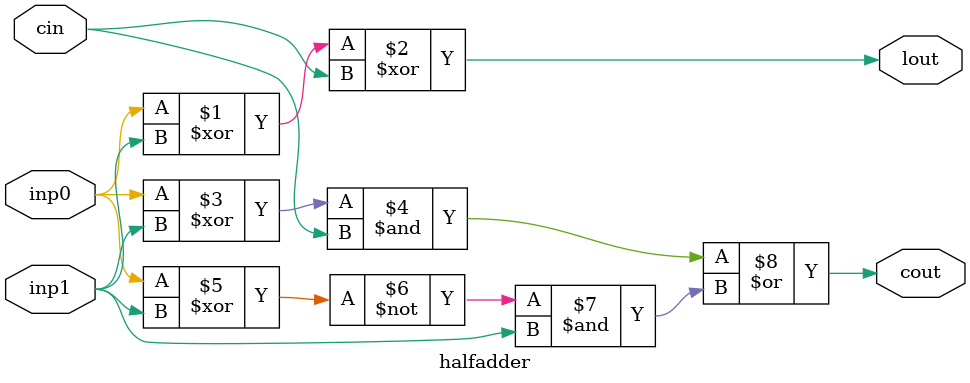
<source format=v>


module fulladder(LEDR, SW);
	input [9:0] SW;
	output [4:0] LEDR;
	wire w1, w2, w3;
	halfadder h1(
		.inp0(SW[0]),
		.inp1(SW[4]),
		.cin(SW[9]),
		.cout(w1),
		.lout(LEDR[0])
	);
	
	halfadder h2(
		.inp0(SW[1]),
		.inp1(SW[5]),
		.cin(w1),
		.cout(w2),
		.lout(LEDR[1])
	);
	
	halfadder h3(
		.inp0(SW[2]),
		.inp1(SW[6]),
		.cin(w2),
		.cout(w3),
		.lout(LEDR[2])
	);
	
	halfadder h4(
		.inp0(SW[3]),
		.inp1(SW[7]),
		.cin(w3),
		.cout(LEDR[4]),
		.lout(LEDR[3])
	);


endmodule


module halfadder(inp0, inp1, cin, cout, lout);
	input inp0, inp1, cin;
	output cout, lout;
	assign lout = ((inp0 ^ inp1) ^ cin);
	assign cout = ((inp0 ^ inp1) & cin) | (~(inp0 ^ inp1) & inp1);
endmodule

</source>
